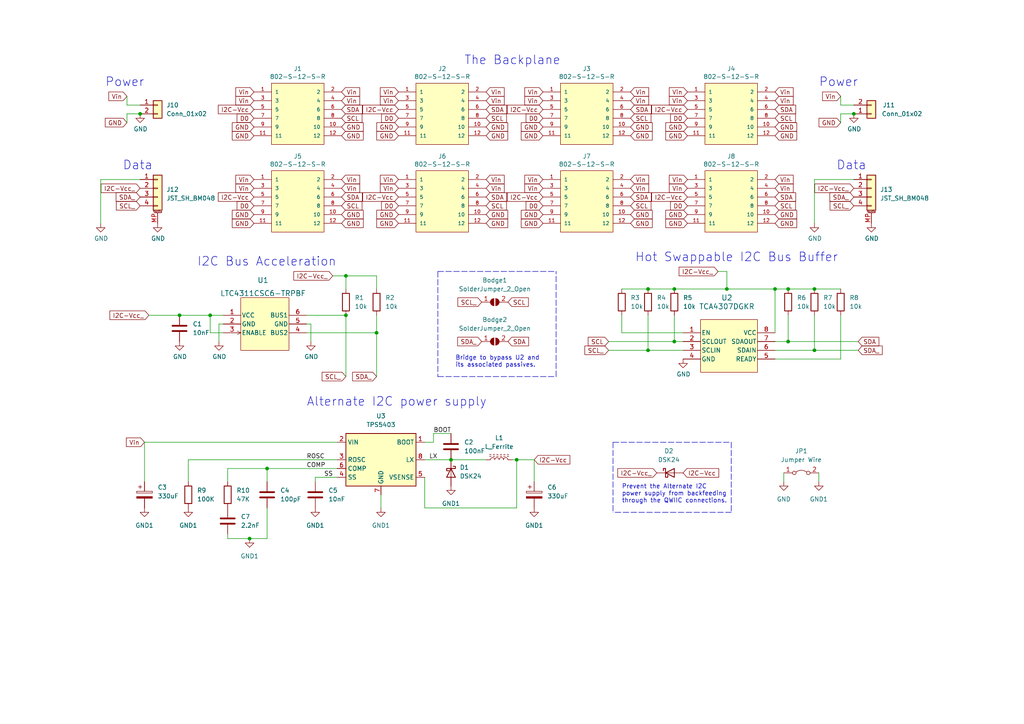
<source format=kicad_sch>
(kicad_sch (version 20211123) (generator eeschema)
  (paper "A4")
  (title_block (title "BenchTop Modular Power Strip - Backplane") (rev "1.0.0") (company "S. A. Miller"))
  (lib_symbols
    (symbol "802-S-12-S-R:802-S-12-S-R" (pin_names (offset 1.016))
      (property "Reference" "J" (at -7.366 8.89 0))
      (property "Value" "802-S-12-S-R_802-S-12-S-R" (at -7.112 -13.208 0))
      (symbol "802-S-12-S-R_0_0"
        (rectangle (start -7.62 -10.16) (end 7.62 7.62) (stroke (width 0.1524)) (fill (type background)))
        (pin passive line (at -12.7 5.08 0) (length 5.08) (name "1") (number "1"))
        (pin passive line (at 12.7 -5.08 180) (length 5.08) (name "10") (number "10"))
        (pin passive line (at -12.7 -7.62 0) (length 5.08) (name "11") (number "11"))
        (pin passive line (at 12.7 -7.62 180) (length 5.08) (name "12") (number "12"))
        (pin passive line (at 12.7 5.08 180) (length 5.08) (name "2") (number "2"))
        (pin passive line (at -12.7 2.54 0) (length 5.08) (name "3") (number "3"))
        (pin passive line (at 12.7 2.54 180) (length 5.08) (name "4") (number "4"))
        (pin passive line (at -12.7 0 0) (length 5.08) (name "5") (number "5"))
        (pin passive line (at 12.7 0 180) (length 5.08) (name "6") (number "6"))
        (pin passive line (at -12.7 -2.54 0) (length 5.08) (name "7") (number "7"))
        (pin passive line (at 12.7 -2.54 180) (length 5.08) (name "8") (number "8"))
        (pin passive line (at -12.7 -5.08 0) (length 5.08) (name "9") (number "9"))
      )
    )
    (symbol "Connector_Generic:Conn_01x02" (pin_names (offset 1.016) hide)
      (property "Reference" "J" (at 0 2.54 0))
      (property "Value" "Conn_01x02" (at 0 -5.08 0))
      (symbol "Conn_01x02_1_1"
        (rectangle (start -1.27 -2.413) (end 0 -2.667) (stroke (width 0.1524)))
        (rectangle (start -1.27 0.127) (end 0 -0.127) (stroke (width 0.1524)))
        (rectangle (start -1.27 1.27) (end 1.27 -3.81) (stroke (width 0.254)) (fill (type background)))
        (pin passive line (at -5.08 0 0) (length 3.81) (name "Pin_1") (number "1"))
        (pin passive line (at -5.08 -2.54 0) (length 3.81) (name "Pin_2") (number "2"))
      )
    )
    (symbol "Connector_QWIIC_Stackable:QWIIC_Stackable" (pin_names (offset 1.016) hide)
      (property "Reference" "J" (at 0 5.08 0))
      (property "Value" "QWIIC_Stackable" (at 1.27 -7.62 0))
      (symbol "QWIIC_Stackable_1_1"
        (rectangle (start -1.27 -4.953) (end 0 -5.207) (stroke (width 0.1524)))
        (rectangle (start -1.27 -2.413) (end 0 -2.667) (stroke (width 0.1524)))
        (rectangle (start -1.27 0.127) (end 0 -0.127) (stroke (width 0.1524)))
        (rectangle (start -1.27 2.667) (end 0 2.413) (stroke (width 0.1524)))
        (rectangle (start -1.27 3.81) (end 1.27 -6.35) (stroke (width 0.254)) (fill (type background)))
        (polyline (pts (xy -1.016 -7.112) (xy 1.016 -7.112)) (stroke (width 0.1524)))
        (text "Mounting" (at 0 -6.731 0) (effects (font (size 0.381 0.381))))
        (pin passive line (at -5.08 2.54 0) (length 3.81) (name "Pin_1") (number "1"))
        (pin passive line (at -5.08 0 0) (length 3.81) (name "Pin_2") (number "2"))
        (pin passive line (at -5.08 -2.54 0) (length 3.81) (name "Pin_3") (number "3"))
        (pin passive line (at -5.08 -5.08 0) (length 3.81) (name "Pin_4") (number "4"))
        (pin passive line (at 0 -10.16 90) (length 3.048) (name "MountPin") (number "MP"))
      )
    )
    (symbol "Device:C" (pin_numbers hide) (pin_names (offset 0.254))
      (property "Reference" "C" (at 0.635 2.54 0))
      (property "Value" "C" (at 0.635 -2.54 0))
      (symbol "C_0_1"
        (polyline (pts (xy -2.032 -0.762) (xy 2.032 -0.762)) (stroke (width 0.508)))
        (polyline (pts (xy -2.032 0.762) (xy 2.032 0.762)) (stroke (width 0.508)))
      )
      (symbol "C_1_1"
        (pin passive line (at 0 3.81 270) (length 2.794) (name "~") (number "1"))
        (pin passive line (at 0 -3.81 90) (length 2.794) (name "~") (number "2"))
      )
    )
    (symbol "Device:C_Polarized" (pin_numbers hide) (pin_names (offset 0.254))
      (property "Reference" "C" (at 0.635 2.54 0))
      (property "Value" "C_Polarized" (at 0.635 -2.54 0))
      (symbol "C_Polarized_0_1"
        (rectangle (start -2.286 0.508) (end 2.286 1.016))
        (polyline (pts (xy -1.778 2.286) (xy -0.762 2.286)))
        (polyline (pts (xy -1.27 2.794) (xy -1.27 1.778)))
        (rectangle (start 2.286 -0.508) (end -2.286 -1.016) (fill (type outline)))
      )
      (symbol "C_Polarized_1_1"
        (pin passive line (at 0 3.81 270) (length 2.794) (name "~") (number "1"))
        (pin passive line (at 0 -3.81 90) (length 2.794) (name "~") (number "2"))
      )
    )
    (symbol "Device:D_Schottky" (pin_numbers hide) (pin_names (offset 1.016) hide)
      (property "Reference" "D" (at 0 2.54 0))
      (property "Value" "D_Schottky" (at 0 -2.54 0))
      (symbol "D_Schottky_0_1"
        (polyline (pts (xy 1.27 0) (xy -1.27 0)))
        (polyline (pts (xy 1.27 1.27) (xy 1.27 -1.27) (xy -1.27 0) (xy 1.27 1.27)) (stroke (width 0.254)))
        (polyline (pts (xy -1.905 0.635) (xy -1.905 1.27) (xy -1.27 1.27) (xy -1.27 -1.27) (xy -0.635 -1.27) (xy -0.635 -0.635)) (stroke (width 0.254)))
      )
      (symbol "D_Schottky_1_1"
        (pin passive line (at -3.81 0 0) (length 2.54) (name "K") (number "1"))
        (pin passive line (at 3.81 0 180) (length 2.54) (name "A") (number "2"))
      )
    )
    (symbol "Device:L_Ferrite" (pin_numbers hide) (pin_names (offset 1.016) hide)
      (property "Reference" "L" (at -1.27 0 90))
      (property "Value" "L_Ferrite" (at 2.794 0 90))
      (symbol "L_Ferrite_0_1"
        (arc (start 0 -2.54) (mid 0.635 -1.905) (end 0 -1.27))
        (arc (start 0 -1.27) (mid 0.635 -0.635) (end 0 0))
        (polyline (pts (xy 1.016 -2.794) (xy 1.016 -2.286)))
        (polyline (pts (xy 1.016 -1.778) (xy 1.016 -1.27)))
        (polyline (pts (xy 1.016 -0.762) (xy 1.016 -0.254)))
        (polyline (pts (xy 1.016 0.254) (xy 1.016 0.762)))
        (polyline (pts (xy 1.016 1.27) (xy 1.016 1.778)))
        (polyline (pts (xy 1.016 2.286) (xy 1.016 2.794)))
        (polyline (pts (xy 1.524 -2.286) (xy 1.524 -2.794)))
        (polyline (pts (xy 1.524 -1.27) (xy 1.524 -1.778)))
        (polyline (pts (xy 1.524 -0.254) (xy 1.524 -0.762)))
        (polyline (pts (xy 1.524 0.762) (xy 1.524 0.254)))
        (polyline (pts (xy 1.524 1.778) (xy 1.524 1.27)))
        (polyline (pts (xy 1.524 2.794) (xy 1.524 2.286)))
        (arc (start 0 0) (mid 0.635 0.635) (end 0 1.27))
        (arc (start 0 1.27) (mid 0.635 1.905) (end 0 2.54))
      )
      (symbol "L_Ferrite_1_1"
        (pin passive line (at 0 3.81 270) (length 1.27) (name "1") (number "1"))
        (pin passive line (at 0 -3.81 90) (length 1.27) (name "2") (number "2"))
      )
    )
    (symbol "Device:R" (pin_numbers hide) (pin_names (offset 0))
      (property "Reference" "R" (at 2.032 0 90))
      (property "Value" "R" (at 0 0 90))
      (symbol "R_0_1"
        (rectangle (start -1.016 -2.54) (end 1.016 2.54) (stroke (width 0.254)))
      )
      (symbol "R_1_1"
        (pin passive line (at 0 3.81 270) (length 1.27) (name "~") (number "1"))
        (pin passive line (at 0 -3.81 90) (length 1.27) (name "~") (number "2"))
      )
    )
    (symbol "Jumper:Jumper_2_Bridged" (pin_names (offset 0) hide)
      (property "Reference" "JP" (at 0 1.905 0))
      (property "Value" "Jumper_2_Bridged" (at 0 -2.54 0))
      (symbol "Jumper_2_Bridged_0_0"
        (circle (center -2.032 0) (radius 0.508))
        (circle (center 2.032 0) (radius 0.508))
      )
      (symbol "Jumper_2_Bridged_0_1"
        (arc (start 1.524 0.254) (mid 0 0.762) (end -1.524 0.254))
      )
      (symbol "Jumper_2_Bridged_1_1"
        (pin passive line (at -5.08 0 0) (length 2.54) (name "A") (number "1"))
        (pin passive line (at 5.08 0 180) (length 2.54) (name "B") (number "2"))
      )
    )
    (symbol "Jumper:SolderJumper_2_Open" (pin_names (offset 0) hide)
      (property "Reference" "JP" (at 0 2.032 0))
      (property "Value" "SolderJumper_2_Open" (at 0 -2.54 0))
      (symbol "SolderJumper_2_Open_0_1"
        (arc (start -0.254 1.016) (mid -1.27 0) (end -0.254 -1.016))
        (arc (start -0.254 1.016) (mid -1.27 0) (end -0.254 -1.016) (fill (type outline)))
        (polyline (pts (xy -0.254 1.016) (xy -0.254 -1.016)))
        (polyline (pts (xy 0.254 1.016) (xy 0.254 -1.016)))
        (arc (start 0.254 -1.016) (mid 1.27 0) (end 0.254 1.016))
        (arc (start 0.254 -1.016) (mid 1.27 0) (end 0.254 1.016) (fill (type outline)))
      )
      (symbol "SolderJumper_2_Open_1_1"
        (pin passive line (at -3.81 0 0) (length 2.54) (name "A") (number "1"))
        (pin passive line (at 3.81 0 180) (length 2.54) (name "B") (number "2"))
      )
    )
    (symbol "Regulator_Switching:TPS5403"
      (property "Reference" "U" (at 0 11.43 0))
      (property "Value" "TPS5403" (at 0 8.89 0))
      (symbol "TPS5403_1_1"
        (rectangle (start -10.16 7.62) (end 10.16 -7.62) (stroke (width 0.254)) (fill (type background)))
        (pin passive line (at 12.7 5.08 180) (length 2.54) (name "BOOT") (number "1"))
        (pin power_in line (at -12.7 5.08 0) (length 2.54) (name "VIN") (number "2"))
        (pin passive line (at -12.7 0 0) (length 2.54) (name "ROSC") (number "3"))
        (pin passive line (at -12.7 -5.08 0) (length 2.54) (name "SS") (number "4"))
        (pin input line (at 12.7 -5.08 180) (length 2.54) (name "VSENSE") (number "5"))
        (pin passive line (at -12.7 -2.54 0) (length 2.54) (name "COMP") (number "6"))
        (pin power_in line (at 0 -10.16 90) (length 2.54) (name "GND") (number "7"))
        (pin output line (at 12.7 0 180) (length 2.54) (name "LX") (number "8"))
      )
    )
    (symbol "power:GND" (power) (pin_names (offset 0))
      (property "Value" "GND" (at 0 -3.81 0))
      (symbol "GND_0_1"
        (polyline (pts (xy 0 0) (xy 0 -1.27) (xy 1.27 -1.27) (xy 0 -2.54) (xy -1.27 -1.27) (xy 0 -1.27)))
      )
      (symbol "GND_1_1"
        (pin power_in line (at 0 0 270) (length 0) hide (name "GND") (number "1"))
      )
    )
    (symbol "power:GND1" (power) (pin_names (offset 0))
      (property "Value" "GND1" (at 0 -3.81 0))
      (symbol "GND1_0_1"
        (polyline (pts (xy 0 0) (xy 0 -1.27) (xy 1.27 -1.27) (xy 0 -2.54) (xy -1.27 -1.27) (xy 0 -1.27)))
      )
      (symbol "GND1_1_1"
        (pin power_in line (at 0 0 270) (length 0) hide (name "GND1") (number "1"))
      )
    )
    (symbol "tinker:LTC4311CSC6-TRPBF" (pin_names (offset 0.254))
      (property "Reference" "U" (at 0 12.7 0))
      (property "Value" "LTC4311CSC6-TRPBF" (at 0 10.16 0))
      (symbol "LTC4311CSC6-TRPBF_0_1"
        (rectangle (start -6.35 7.62) (end 7.62 -7.62) (fill (type background)))
        (polyline (pts (xy -6.35 -2.54) (xy -7.3914 -3.0607)) (stroke (width 0.127)))
        (polyline (pts (xy -6.35 -2.54) (xy -7.3914 -2.0193)) (stroke (width 0.127)))
        (pin power_in line (at -11.43 2.54 0) (length 5.08) (name "VCC") (number "1"))
        (pin power_in line (at -11.43 0 0) (length 5.08) (name "GND") (number "2"))
        (pin input line (at -11.43 -2.54 0) (length 5.08) (name "ENABLE") (number "3"))
        (pin unspecified line (at 12.7 -2.54 180) (length 5.08) (name "BUS2") (number "4"))
        (pin power_in line (at 12.7 0 180) (length 5.08) (name "GND") (number "5"))
        (pin unspecified line (at 12.7 2.54 180) (length 5.08) (name "BUS1") (number "6"))
      )
    )
    (symbol "tinker:TCA4307DGKR" (pin_names (offset 0.254))
      (property "Reference" "U" (at 0 13.97 0))
      (property "Value" "TCA4307DGKR" (at 0 11.43 0))
      (symbol "TCA4307DGKR_0_1"
        (rectangle (start -7.62 7.62) (end 8.89 -7.62) (fill (type background)))
        (pin input line (at -12.7 3.81 0) (length 5.08) (name "EN") (number "1"))
        (pin output line (at -12.7 1.27 0) (length 5.08) (name "SCLOUT") (number "2"))
        (pin input line (at -12.7 -1.27 0) (length 5.08) (name "SCLIN") (number "3"))
        (pin power_out line (at -12.7 -3.81 0) (length 5.08) (name "GND") (number "4"))
        (pin output line (at 13.97 -3.81 180) (length 5.08) (name "READY") (number "5"))
        (pin input line (at 13.97 -1.27 180) (length 5.08) (name "SDAIN") (number "6"))
        (pin output line (at 13.97 1.27 180) (length 5.08) (name "SDAOUT") (number "7"))
        (pin power_in line (at 13.97 3.81 180) (length 5.08) (name "VCC") (number "8"))
      )
    )
  )
  (junction (at 195.58 83.82))
  (junction (at 247.65 33.02))
  (junction (at 100.33 91.44))
  (junction (at 187.96 83.82))
  (junction (at 224.79 83.82))
  (junction (at 100.33 80.01))
  (junction (at 60.96 91.44))
  (junction (at 236.22 101.6))
  (junction (at 77.47 135.89))
  (junction (at 236.22 83.82))
  (junction (at 40.64 33.02))
  (junction (at 109.22 96.52))
  (junction (at 72.39 156.21))
  (junction (at 210.82 83.82))
  (junction (at 187.96 101.6))
  (junction (at 52.07 91.44))
  (junction (at 228.6 99.06))
  (junction (at 228.6 83.82))
  (junction (at 195.58 99.06))
  (junction (at 149.86 133.35))
  (junction (at 130.81 133.35))
  (wire (pts (xy 224.79 83.82) (xy 228.6 83.82)))
  (wire (pts (xy 195.58 99.06) (xy 198.12 99.06)))
  (polyline (pts (xy 161.29 109.22) (xy 161.29 78.74)))
  (wire (pts (xy 123.19 133.35) (xy 130.81 133.35)))
  (wire (pts (xy 210.82 83.82) (xy 224.79 83.82)))
  (wire (pts (xy 247.65 33.02) (xy 243.84 33.02)))
  (wire (pts (xy 149.86 133.35) (xy 148.59 133.35)))
  (wire (pts (xy 125.73 128.27) (xy 125.73 125.73)))
  (wire (pts (xy 228.6 99.06) (xy 248.92 99.06)))
  (wire (pts (xy 97.79 133.35) (xy 54.61 133.35)))
  (wire (pts (xy 125.73 125.73) (xy 130.81 125.73)))
  (wire (pts (xy 90.17 93.98) (xy 90.17 99.06)))
  (wire (pts (xy 236.22 83.82) (xy 243.84 83.82)))
  (wire (pts (xy 41.91 128.27) (xy 97.79 128.27)))
  (wire (pts (xy 237.49 139.7) (xy 237.49 137.16)))
  (wire (pts (xy 227.33 139.7) (xy 227.33 137.16)))
  (wire (pts (xy 210.82 78.74) (xy 208.28 78.74)))
  (wire (pts (xy 123.19 128.27) (xy 125.73 128.27)))
  (wire (pts (xy 210.82 78.74) (xy 210.82 83.82)))
  (wire (pts (xy 97.79 135.89) (xy 77.47 135.89)))
  (wire (pts (xy 224.79 83.82) (xy 224.79 96.52)))
  (wire (pts (xy 100.33 91.44) (xy 100.33 109.22)))
  (wire (pts (xy 29.21 52.07) (xy 40.64 52.07)))
  (wire (pts (xy 63.5 93.98) (xy 63.5 99.06)))
  (polyline (pts (xy 177.8 128.27) (xy 212.09 128.27)))
  (wire (pts (xy 29.21 64.77) (xy 29.21 52.07)))
  (wire (pts (xy 77.47 135.89) (xy 77.47 139.7)))
  (wire (pts (xy 41.91 128.27) (xy 41.91 139.7)))
  (wire (pts (xy 72.39 156.21) (xy 77.47 156.21)))
  (wire (pts (xy 228.6 91.44) (xy 228.6 99.06)))
  (wire (pts (xy 180.34 91.44) (xy 180.34 96.52)))
  (wire (pts (xy 247.65 30.48) (xy 243.84 30.48)))
  (wire (pts (xy 154.94 133.35) (xy 154.94 139.7)))
  (wire (pts (xy 60.96 96.52) (xy 60.96 91.44)))
  (wire (pts (xy 236.22 101.6) (xy 248.92 101.6)))
  (wire (pts (xy 100.33 80.01) (xy 100.33 83.82)))
  (wire (pts (xy 77.47 147.32) (xy 77.47 156.21)))
  (wire (pts (xy 224.79 99.06) (xy 228.6 99.06)))
  (wire (pts (xy 64.77 93.98) (xy 63.5 93.98)))
  (wire (pts (xy 52.07 91.44) (xy 60.96 91.44)))
  (wire (pts (xy 176.53 99.06) (xy 195.58 99.06)))
  (wire (pts (xy 77.47 135.89) (xy 66.04 135.89)))
  (wire (pts (xy 36.83 33.02) (xy 36.83 35.56)))
  (wire (pts (xy 54.61 133.35) (xy 54.61 139.7)))
  (wire (pts (xy 195.58 83.82) (xy 210.82 83.82)))
  (wire (pts (xy 40.64 30.48) (xy 36.83 30.48)))
  (polyline (pts (xy 212.09 148.59) (xy 177.8 148.59)))
  (polyline (pts (xy 127 78.74) (xy 161.29 78.74)))
  (wire (pts (xy 247.65 52.07) (xy 236.22 52.07)))
  (polyline (pts (xy 127 78.74) (xy 127 109.22)))
  (wire (pts (xy 88.9 96.52) (xy 109.22 96.52)))
  (wire (pts (xy 109.22 96.52) (xy 109.22 109.22)))
  (polyline (pts (xy 212.09 128.27) (xy 212.09 148.59)))
  (wire (pts (xy 176.53 101.6) (xy 187.96 101.6)))
  (wire (pts (xy 123.19 138.43) (xy 123.19 147.32)))
  (wire (pts (xy 36.83 33.02) (xy 40.64 33.02)))
  (wire (pts (xy 43.18 91.44) (xy 52.07 91.44)))
  (wire (pts (xy 97.79 138.43) (xy 91.44 138.43)))
  (wire (pts (xy 236.22 91.44) (xy 236.22 101.6)))
  (wire (pts (xy 66.04 154.94) (xy 66.04 156.21)))
  (wire (pts (xy 187.96 83.82) (xy 195.58 83.82)))
  (wire (pts (xy 66.04 135.89) (xy 66.04 139.7)))
  (wire (pts (xy 180.34 96.52) (xy 198.12 96.52)))
  (polyline (pts (xy 177.8 128.27) (xy 177.8 148.59)))
  (wire (pts (xy 96.52 80.01) (xy 100.33 80.01)))
  (wire (pts (xy 187.96 91.44) (xy 187.96 101.6)))
  (wire (pts (xy 60.96 91.44) (xy 64.77 91.44)))
  (wire (pts (xy 149.86 147.32) (xy 149.86 133.35)))
  (wire (pts (xy 243.84 104.14) (xy 224.79 104.14)))
  (wire (pts (xy 109.22 96.52) (xy 109.22 91.44)))
  (wire (pts (xy 149.86 133.35) (xy 154.94 133.35)))
  (wire (pts (xy 64.77 96.52) (xy 60.96 96.52)))
  (wire (pts (xy 236.22 52.07) (xy 236.22 64.77)))
  (wire (pts (xy 91.44 138.43) (xy 91.44 139.7)))
  (wire (pts (xy 224.79 101.6) (xy 236.22 101.6)))
  (polyline (pts (xy 127 109.22) (xy 161.29 109.22)))
  (wire (pts (xy 243.84 30.48) (xy 243.84 27.94)))
  (wire (pts (xy 88.9 91.44) (xy 100.33 91.44)))
  (wire (pts (xy 243.84 91.44) (xy 243.84 104.14)))
  (wire (pts (xy 36.83 30.48) (xy 36.83 27.94)))
  (wire (pts (xy 88.9 93.98) (xy 90.17 93.98)))
  (wire (pts (xy 228.6 83.82) (xy 236.22 83.82)))
  (wire (pts (xy 243.84 33.02) (xy 243.84 35.56)))
  (wire (pts (xy 66.04 156.21) (xy 72.39 156.21)))
  (wire (pts (xy 195.58 91.44) (xy 195.58 99.06)))
  (wire (pts (xy 187.96 101.6) (xy 198.12 101.6)))
  (wire (pts (xy 110.49 147.32) (xy 110.49 143.51)))
  (wire (pts (xy 109.22 80.01) (xy 100.33 80.01)))
  (wire (pts (xy 180.34 83.82) (xy 187.96 83.82)))
  (wire (pts (xy 130.81 133.35) (xy 140.97 133.35)))
  (wire (pts (xy 109.22 83.82) (xy 109.22 80.01)))
  (wire (pts (xy 123.19 147.32) (xy 149.86 147.32)))
  (text "Alternate I2C power supply" (at 88.9 118.11 0) (effects (font (size 2.54 2.54)) (justify left bottom)))
  (text "Prevent the Alternate I2C\npower supply from backfeeding\nthrough the QWIIC connections." (at 180.34 146.05 0) (effects (font (size 1.27 1.27)) (justify left bottom)))
  (text "Data" (at 35.56 49.53 0) (effects (font (size 2.54 2.54)) (justify left bottom)))
  (text "Bridge to bypass U2 and\nits associated passives." (at 132.08 106.68 0) (effects (font (size 1.27 1.27)) (justify left bottom)))
  (text "I2C Bus Acceleration" (at 57.15 77.47 0) (effects (font (size 2.54 2.54)) (justify left bottom)))
  (text "Hot Swappable I2C Bus Buffer" (at 184.15 76.2 0) (effects (font (size 2.54 2.54)) (justify left bottom)))
  (text "Power" (at 30.48 25.4 0) (effects (font (size 2.54 2.54)) (justify left bottom)))
  (text "The Backplane" (at 134.62 19.05 0) (effects (font (size 2.54 2.54)) (justify left bottom)))
  (text "Power" (at 237.49 25.4 0) (effects (font (size 2.54 2.54)) (justify left bottom)))
  (text "Data" (at 242.57 49.53 0) (effects (font (size 2.54 2.54)) (justify left bottom)))
  (label "COMP" (at 88.9 135.89 0))
  (label "LX" (at 124.46 133.35 0))
  (label "SS" (at 93.98 138.43 0))
  (label "ROSC" (at 88.9 133.35 0))
  (label "BOOT" (at 125.73 125.73 0))
  (global_label "SDA_" (shape input) (at 247.65 57.15 180) (property "Intersheet References" "${INTERSHEET_REFS}" (effects hide)))
  (global_label "SDA" (shape input) (at 182.88 57.15 0) (property "Intersheet References" "${INTERSHEET_REFS}" (effects hide)))
  (global_label "Vin" (shape input) (at 73.66 52.07 180) (property "Intersheet References" "${INTERSHEET_REFS}" (effects hide)))
  (global_label "Vin" (shape input) (at 182.88 52.07 0) (property "Intersheet References" "${INTERSHEET_REFS}" (effects hide)))
  (global_label "GND" (shape input) (at 99.06 39.37 0) (property "Intersheet References" "${INTERSHEET_REFS}" (effects hide)))
  (global_label "GND" (shape input) (at 224.79 62.23 0) (property "Intersheet References" "${INTERSHEET_REFS}" (effects hide)))
  (global_label "SCL_" (shape input) (at 40.64 59.69 180) (property "Intersheet References" "${INTERSHEET_REFS}" (effects hide)))
  (global_label "Vin" (shape input) (at 99.06 52.07 0) (property "Intersheet References" "${INTERSHEET_REFS}" (effects hide)))
  (global_label "Vin" (shape input) (at 36.83 27.94 180) (property "Intersheet References" "${INTERSHEET_REFS}" (effects hide)))
  (global_label "SDA_" (shape input) (at 109.22 109.22 180) (property "Intersheet References" "${INTERSHEET_REFS}" (effects hide)))
  (global_label "GND" (shape input) (at 199.39 36.83 180) (property "Intersheet References" "${INTERSHEET_REFS}" (effects hide)))
  (global_label "Vin" (shape input) (at 224.79 29.21 0) (property "Intersheet References" "${INTERSHEET_REFS}" (effects hide)))
  (global_label "D0" (shape input) (at 115.57 59.69 180) (property "Intersheet References" "${INTERSHEET_REFS}" (effects hide)))
  (global_label "Vin" (shape input) (at 115.57 54.61 180) (property "Intersheet References" "${INTERSHEET_REFS}" (effects hide)))
  (global_label "D0" (shape input) (at 157.48 59.69 180) (property "Intersheet References" "${INTERSHEET_REFS}" (effects hide)))
  (global_label "SDA_" (shape input) (at 40.64 57.15 180) (property "Intersheet References" "${INTERSHEET_REFS}" (effects hide)))
  (global_label "I2C-Vcc" (shape input) (at 199.39 31.75 180) (property "Intersheet References" "${INTERSHEET_REFS}" (effects hide)))
  (global_label "Vin" (shape input) (at 157.48 29.21 180) (property "Intersheet References" "${INTERSHEET_REFS}" (effects hide)))
  (global_label "Vin" (shape input) (at 199.39 26.67 180) (property "Intersheet References" "${INTERSHEET_REFS}" (effects hide)))
  (global_label "SCL" (shape input) (at 147.32 87.63 0) (property "Intersheet References" "${INTERSHEET_REFS}" (effects hide)))
  (global_label "D0" (shape input) (at 115.57 34.29 180) (property "Intersheet References" "${INTERSHEET_REFS}" (effects hide)))
  (global_label "GND" (shape input) (at 140.97 62.23 0) (property "Intersheet References" "${INTERSHEET_REFS}" (effects hide)))
  (global_label "Vin" (shape input) (at 224.79 54.61 0) (property "Intersheet References" "${INTERSHEET_REFS}" (effects hide)))
  (global_label "GND" (shape input) (at 99.06 36.83 0) (property "Intersheet References" "${INTERSHEET_REFS}" (effects hide)))
  (global_label "GND" (shape input) (at 73.66 62.23 180) (property "Intersheet References" "${INTERSHEET_REFS}" (effects hide)))
  (global_label "SCL" (shape input) (at 176.53 99.06 180) (property "Intersheet References" "${INTERSHEET_REFS}" (effects hide)))
  (global_label "GND" (shape input) (at 140.97 39.37 0) (property "Intersheet References" "${INTERSHEET_REFS}" (effects hide)))
  (global_label "Vin" (shape input) (at 157.48 26.67 180) (property "Intersheet References" "${INTERSHEET_REFS}" (effects hide)))
  (global_label "D0" (shape input) (at 157.48 34.29 180) (property "Intersheet References" "${INTERSHEET_REFS}" (effects hide)))
  (global_label "SCL" (shape input) (at 140.97 59.69 0) (property "Intersheet References" "${INTERSHEET_REFS}" (effects hide)))
  (global_label "D0" (shape input) (at 199.39 34.29 180) (property "Intersheet References" "${INTERSHEET_REFS}" (effects hide)))
  (global_label "I2C-Vcc_" (shape input) (at 96.52 80.01 180) (property "Intersheet References" "${INTERSHEET_REFS}" (effects hide)))
  (global_label "GND" (shape input) (at 199.39 62.23 180) (property "Intersheet References" "${INTERSHEET_REFS}" (effects hide)))
  (global_label "SDA" (shape input) (at 99.06 31.75 0) (property "Intersheet References" "${INTERSHEET_REFS}" (effects hide)))
  (global_label "I2C-Vcc" (shape input) (at 115.57 57.15 180) (property "Intersheet References" "${INTERSHEET_REFS}" (effects hide)))
  (global_label "SDA" (shape input) (at 140.97 31.75 0) (property "Intersheet References" "${INTERSHEET_REFS}" (effects hide)))
  (global_label "I2C-Vcc" (shape input) (at 154.94 133.35 0) (property "Intersheet References" "${INTERSHEET_REFS}" (effects hide)))
  (global_label "Vin" (shape input) (at 224.79 26.67 0) (property "Intersheet References" "${INTERSHEET_REFS}" (effects hide)))
  (global_label "SDA_" (shape input) (at 139.7 99.06 180) (property "Intersheet References" "${INTERSHEET_REFS}" (effects hide)))
  (global_label "I2C-Vcc_" (shape input) (at 43.18 91.44 180) (property "Intersheet References" "${INTERSHEET_REFS}" (effects hide)))
  (global_label "GND" (shape input) (at 182.88 62.23 0) (property "Intersheet References" "${INTERSHEET_REFS}" (effects hide)))
  (global_label "GND" (shape input) (at 182.88 36.83 0) (property "Intersheet References" "${INTERSHEET_REFS}" (effects hide)))
  (global_label "GND" (shape input) (at 140.97 64.77 0) (property "Intersheet References" "${INTERSHEET_REFS}" (effects hide)))
  (global_label "Vin" (shape input) (at 115.57 26.67 180) (property "Intersheet References" "${INTERSHEET_REFS}" (effects hide)))
  (global_label "SDA" (shape input) (at 147.32 99.06 0) (property "Intersheet References" "${INTERSHEET_REFS}" (effects hide)))
  (global_label "I2C-Vcc" (shape input) (at 198.12 137.16 0) (property "Intersheet References" "${INTERSHEET_REFS}" (effects hide)))
  (global_label "Vin" (shape input) (at 115.57 52.07 180) (property "Intersheet References" "${INTERSHEET_REFS}" (effects hide)))
  (global_label "Vin" (shape input) (at 73.66 26.67 180) (property "Intersheet References" "${INTERSHEET_REFS}" (effects hide)))
  (global_label "D0" (shape input) (at 73.66 34.29 180) (property "Intersheet References" "${INTERSHEET_REFS}" (effects hide)))
  (global_label "GND" (shape input) (at 157.48 39.37 180) (property "Intersheet References" "${INTERSHEET_REFS}" (effects hide)))
  (global_label "I2C-Vcc_" (shape input) (at 190.5 137.16 180) (property "Intersheet References" "${INTERSHEET_REFS}" (effects hide)))
  (global_label "I2C-Vcc" (shape input) (at 73.66 57.15 180) (property "Intersheet References" "${INTERSHEET_REFS}" (effects hide)))
  (global_label "Vin" (shape input) (at 140.97 52.07 0) (property "Intersheet References" "${INTERSHEET_REFS}" (effects hide)))
  (global_label "SDA" (shape input) (at 248.92 99.06 0) (property "Intersheet References" "${INTERSHEET_REFS}" (effects hide)))
  (global_label "GND" (shape input) (at 199.39 39.37 180) (property "Intersheet References" "${INTERSHEET_REFS}" (effects hide)))
  (global_label "SDA" (shape input) (at 140.97 57.15 0) (property "Intersheet References" "${INTERSHEET_REFS}" (effects hide)))
  (global_label "GND" (shape input) (at 115.57 62.23 180) (property "Intersheet References" "${INTERSHEET_REFS}" (effects hide)))
  (global_label "SCL" (shape input) (at 182.88 59.69 0) (property "Intersheet References" "${INTERSHEET_REFS}" (effects hide)))
  (global_label "Vin" (shape input) (at 99.06 29.21 0) (property "Intersheet References" "${INTERSHEET_REFS}" (effects hide)))
  (global_label "GND" (shape input) (at 157.48 36.83 180) (property "Intersheet References" "${INTERSHEET_REFS}" (effects hide)))
  (global_label "GND" (shape input) (at 224.79 39.37 0) (property "Intersheet References" "${INTERSHEET_REFS}" (effects hide)))
  (global_label "GND" (shape input) (at 157.48 62.23 180) (property "Intersheet References" "${INTERSHEET_REFS}" (effects hide)))
  (global_label "SDA_" (shape input) (at 248.92 101.6 0) (property "Intersheet References" "${INTERSHEET_REFS}" (effects hide)))
  (global_label "SCL" (shape input) (at 224.79 34.29 0) (property "Intersheet References" "${INTERSHEET_REFS}" (effects hide)))
  (global_label "Vin" (shape input) (at 243.84 27.94 180) (property "Intersheet References" "${INTERSHEET_REFS}" (effects hide)))
  (global_label "GND" (shape input) (at 99.06 62.23 0) (property "Intersheet References" "${INTERSHEET_REFS}" (effects hide)))
  (global_label "SCL" (shape input) (at 182.88 34.29 0) (property "Intersheet References" "${INTERSHEET_REFS}" (effects hide)))
  (global_label "SCL" (shape input) (at 224.79 59.69 0) (property "Intersheet References" "${INTERSHEET_REFS}" (effects hide)))
  (global_label "GND" (shape input) (at 243.84 35.56 180) (property "Intersheet References" "${INTERSHEET_REFS}" (effects hide)))
  (global_label "SCL" (shape input) (at 99.06 59.69 0) (property "Intersheet References" "${INTERSHEET_REFS}" (effects hide)))
  (global_label "I2C-Vcc" (shape input) (at 157.48 31.75 180) (property "Intersheet References" "${INTERSHEET_REFS}" (effects hide)))
  (global_label "GND" (shape input) (at 182.88 64.77 0) (property "Intersheet References" "${INTERSHEET_REFS}" (effects hide)))
  (global_label "Vin" (shape input) (at 199.39 54.61 180) (property "Intersheet References" "${INTERSHEET_REFS}" (effects hide)))
  (global_label "SCL_" (shape input) (at 176.53 101.6 180) (property "Intersheet References" "${INTERSHEET_REFS}" (effects hide)))
  (global_label "Vin" (shape input) (at 199.39 52.07 180) (property "Intersheet References" "${INTERSHEET_REFS}" (effects hide)))
  (global_label "D0" (shape input) (at 199.39 59.69 180) (property "Intersheet References" "${INTERSHEET_REFS}" (effects hide)))
  (global_label "GND" (shape input) (at 224.79 64.77 0) (property "Intersheet References" "${INTERSHEET_REFS}" (effects hide)))
  (global_label "Vin" (shape input) (at 140.97 54.61 0) (property "Intersheet References" "${INTERSHEET_REFS}" (effects hide)))
  (global_label "GND" (shape input) (at 115.57 36.83 180) (property "Intersheet References" "${INTERSHEET_REFS}" (effects hide)))
  (global_label "Vin" (shape input) (at 73.66 54.61 180) (property "Intersheet References" "${INTERSHEET_REFS}" (effects hide)))
  (global_label "Vin" (shape input) (at 157.48 52.07 180) (property "Intersheet References" "${INTERSHEET_REFS}" (effects hide)))
  (global_label "Vin" (shape input) (at 140.97 29.21 0) (property "Intersheet References" "${INTERSHEET_REFS}" (effects hide)))
  (global_label "GND" (shape input) (at 115.57 39.37 180) (property "Intersheet References" "${INTERSHEET_REFS}" (effects hide)))
  (global_label "Vin" (shape input) (at 41.91 128.27 180) (property "Intersheet References" "${INTERSHEET_REFS}" (effects hide)))
  (global_label "SDA" (shape input) (at 224.79 31.75 0) (property "Intersheet References" "${INTERSHEET_REFS}" (effects hide)))
  (global_label "I2C-Vcc" (shape input) (at 199.39 57.15 180) (property "Intersheet References" "${INTERSHEET_REFS}" (effects hide)))
  (global_label "SDA" (shape input) (at 182.88 31.75 0) (property "Intersheet References" "${INTERSHEET_REFS}" (effects hide)))
  (global_label "Vin" (shape input) (at 99.06 26.67 0) (property "Intersheet References" "${INTERSHEET_REFS}" (effects hide)))
  (global_label "I2C-Vcc_" (shape input) (at 208.28 78.74 180) (property "Intersheet References" "${INTERSHEET_REFS}" (effects hide)))
  (global_label "SCL_" (shape input) (at 100.33 109.22 180) (property "Intersheet References" "${INTERSHEET_REFS}" (effects hide)))
  (global_label "GND" (shape input) (at 224.79 36.83 0) (property "Intersheet References" "${INTERSHEET_REFS}" (effects hide)))
  (global_label "Vin" (shape input) (at 115.57 29.21 180) (property "Intersheet References" "${INTERSHEET_REFS}" (effects hide)))
  (global_label "I2C-Vcc" (shape input) (at 157.48 57.15 180) (property "Intersheet References" "${INTERSHEET_REFS}" (effects hide)))
  (global_label "GND" (shape input) (at 199.39 64.77 180) (property "Intersheet References" "${INTERSHEET_REFS}" (effects hide)))
  (global_label "GND" (shape input) (at 115.57 64.77 180) (property "Intersheet References" "${INTERSHEET_REFS}" (effects hide)))
  (global_label "Vin" (shape input) (at 182.88 26.67 0) (property "Intersheet References" "${INTERSHEET_REFS}" (effects hide)))
  (global_label "Vin" (shape input) (at 182.88 54.61 0) (property "Intersheet References" "${INTERSHEET_REFS}" (effects hide)))
  (global_label "Vin" (shape input) (at 182.88 29.21 0) (property "Intersheet References" "${INTERSHEET_REFS}" (effects hide)))
  (global_label "GND" (shape input) (at 73.66 39.37 180) (property "Intersheet References" "${INTERSHEET_REFS}" (effects hide)))
  (global_label "SCL_" (shape input) (at 139.7 87.63 180) (property "Intersheet References" "${INTERSHEET_REFS}" (effects hide)))
  (global_label "SDA" (shape input) (at 99.06 57.15 0) (property "Intersheet References" "${INTERSHEET_REFS}" (effects hide)))
  (global_label "Vin" (shape input) (at 73.66 29.21 180) (property "Intersheet References" "${INTERSHEET_REFS}" (effects hide)))
  (global_label "Vin" (shape input) (at 157.48 54.61 180) (property "Intersheet References" "${INTERSHEET_REFS}" (effects hide)))
  (global_label "D0" (shape input) (at 73.66 59.69 180) (property "Intersheet References" "${INTERSHEET_REFS}" (effects hide)))
  (global_label "GND" (shape input) (at 73.66 36.83 180) (property "Intersheet References" "${INTERSHEET_REFS}" (effects hide)))
  (global_label "Vin" (shape input) (at 140.97 26.67 0) (property "Intersheet References" "${INTERSHEET_REFS}" (effects hide)))
  (global_label "GND" (shape input) (at 157.48 64.77 180) (property "Intersheet References" "${INTERSHEET_REFS}" (effects hide)))
  (global_label "Vin" (shape input) (at 199.39 29.21 180) (property "Intersheet References" "${INTERSHEET_REFS}" (effects hide)))
  (global_label "SCL_" (shape input) (at 247.65 59.69 180) (property "Intersheet References" "${INTERSHEET_REFS}" (effects hide)))
  (global_label "Vin" (shape input) (at 224.79 52.07 0) (property "Intersheet References" "${INTERSHEET_REFS}" (effects hide)))
  (global_label "GND" (shape input) (at 140.97 36.83 0) (property "Intersheet References" "${INTERSHEET_REFS}" (effects hide)))
  (global_label "GND" (shape input) (at 73.66 64.77 180) (property "Intersheet References" "${INTERSHEET_REFS}" (effects hide)))
  (global_label "Vin" (shape input) (at 99.06 54.61 0) (property "Intersheet References" "${INTERSHEET_REFS}" (effects hide)))
  (global_label "GND" (shape input) (at 182.88 39.37 0) (property "Intersheet References" "${INTERSHEET_REFS}" (effects hide)))
  (global_label "I2C-Vcc_" (shape input) (at 247.65 54.61 180) (property "Intersheet References" "${INTERSHEET_REFS}" (effects hide)))
  (global_label "SCL" (shape input) (at 99.06 34.29 0) (property "Intersheet References" "${INTERSHEET_REFS}" (effects hide)))
  (global_label "I2C-Vcc_" (shape input) (at 40.64 54.61 180) (property "Intersheet References" "${INTERSHEET_REFS}" (effects hide)))
  (global_label "GND" (shape input) (at 36.83 35.56 180) (property "Intersheet References" "${INTERSHEET_REFS}" (effects hide)))
  (global_label "I2C-Vcc" (shape input) (at 73.66 31.75 180) (property "Intersheet References" "${INTERSHEET_REFS}" (effects hide)))
  (global_label "GND" (shape input) (at 99.06 64.77 0) (property "Intersheet References" "${INTERSHEET_REFS}" (effects hide)))
  (global_label "SCL" (shape input) (at 140.97 34.29 0) (property "Intersheet References" "${INTERSHEET_REFS}" (effects hide)))
  (global_label "SDA" (shape input) (at 224.79 57.15 0) (property "Intersheet References" "${INTERSHEET_REFS}" (effects hide)))
  (global_label "I2C-Vcc" (shape input) (at 115.57 31.75 180) (property "Intersheet References" "${INTERSHEET_REFS}" (effects hide)))
  (symbol (lib_id "802-S-12-S-R:802-S-12-S-R") (at 212.09 57.15 0) (unit 1)
    (property "Reference" "J8" (at 212.09 45.339 0))
    (property "Value" "802-S-12-S-R" (at 212.09 47.6504 0))
    (property "Footprint" "tinker:CONN-TH_12P-P2.54_WINGTAT_ED12BGFBK" (effects hide))
    (property "Datasheet" "https://www.toby.co.uk/uploads/publications/248.pdf" (effects hide))
    (property "MAXIMUM_PACKAGE_HEIGHT" "15.5mm" (effects hide))
    (property "PARTREV" "April 28, 2021" (effects hide))
    (property "MANUFACTURER" "Valcon" (effects hide))
    (property "STANDARD" "Manufacturer recommendations" (effects hide))
    (property "LCSC" "C5173290" (effects hide))
    (property "LCSC brand/model" "WingTAT ED12BGFBK" (effects hide))
  )
  (symbol (lib_id "power:GND") (at 29.21 64.77 0) (unit 1)
    (property "Reference" "#PWR0117" (effects hide))
    (property "Value" "GND" (at 29.337 69.1642 0))
  )
  (symbol (lib_id "Device:R") (at 66.04 143.51 0) (unit 1)
    (property "Reference" "R10" (at 68.58 142.2399 0) (effects (justify left)))
    (property "Value" "47K" (at 68.58 144.7799 0) (effects (justify left)))
    (property "Footprint" "Resistor_SMD:R_0603_1608Metric" (effects hide))
    (property "LCSC" "C25819" (effects hide))
  )
  (symbol (lib_id "power:GND1") (at 237.49 139.7 0) (unit 1)
    (property "Reference" "#PWR0115" (effects hide))
    (property "Value" "GND1" (at 237.49 144.78 0))
  )
  (symbol (lib_id "Device:R") (at 187.96 87.63 0) (unit 1)
    (property "Reference" "R4" (at 190.5 86.3599 0) (effects (justify left)))
    (property "Value" "10k" (at 190.5 88.8999 0) (effects (justify left)))
    (property "Footprint" "Resistor_SMD:R_0603_1608Metric" (effects hide))
    (property "LCSC" "C25804" (effects hide))
  )
  (symbol (lib_id "Device:R") (at 109.22 87.63 0) (unit 1)
    (property "Reference" "R2" (at 111.76 86.3599 0) (effects (justify left)))
    (property "Value" "10k" (at 111.76 88.8999 0) (effects (justify left)))
    (property "Footprint" "Resistor_SMD:R_0603_1608Metric" (effects hide))
    (property "LCSC" "C25804" (effects hide))
  )
  (symbol (lib_id "Device:C") (at 77.47 143.51 0) (unit 1)
    (property "Reference" "C4" (at 81.28 142.2399 0) (effects (justify left)))
    (property "Value" "100pF" (at 81.28 144.7799 0) (effects (justify left)))
    (property "Footprint" "Capacitor_SMD:C_0603_1608Metric" (effects hide))
    (property "LCSC" "C44567" (effects hide))
  )
  (symbol (lib_id "power:GND") (at 252.73 64.77 0) (unit 1)
    (property "Reference" "#PWR0103" (effects hide))
    (property "Value" "GND" (at 252.857 69.1642 0))
  )
  (symbol (lib_id "power:GND") (at 236.22 64.77 0) (unit 1)
    (property "Reference" "#PWR0116" (effects hide))
    (property "Value" "GND" (at 236.347 69.1642 0))
  )
  (symbol (lib_id "Device:C_Polarized") (at 41.91 143.51 0) (unit 1)
    (property "Reference" "C3" (at 45.72 141.3509 0) (effects (justify left)))
    (property "Value" "330uF" (at 45.72 143.8909 0) (effects (justify left)))
    (property "Footprint" "Capacitor_SMD:CP_Elec_8x10" (effects hide))
    (property "LCSC" "C178599" (effects hide))
  )
  (symbol (lib_id "802-S-12-S-R:802-S-12-S-R") (at 212.09 31.75 0) (unit 1)
    (property "Reference" "J4" (at 212.09 19.939 0))
    (property "Value" "802-S-12-S-R" (at 212.09 22.2504 0))
    (property "Footprint" "tinker:CONN-TH_12P-P2.54_WINGTAT_ED12BGFBK" (effects hide))
    (property "Datasheet" "https://www.toby.co.uk/uploads/publications/248.pdf" (effects hide))
    (property "MAXIMUM_PACKAGE_HEIGHT" "15.5mm" (effects hide))
    (property "PARTREV" "April 28, 2021" (effects hide))
    (property "MANUFACTURER" "Valcon" (effects hide))
    (property "STANDARD" "Manufacturer recommendations" (effects hide))
    (property "LCSC" "C5173290" (effects hide))
    (property "LCSC brand/model" "WingTAT ED12BGFBK" (effects hide))
  )
  (symbol (lib_id "power:GND1") (at 130.81 140.97 0) (unit 1)
    (property "Reference" "#PWR0119" (effects hide))
    (property "Value" "GND1" (at 130.81 146.05 0))
  )
  (symbol (lib_id "Jumper:Jumper_2_Bridged") (at 232.41 137.16 0) (unit 1)
    (property "Reference" "JP1" (at 232.41 130.81 0))
    (property "Value" "Jumper Wire" (at 232.41 133.35 0))
    (property "Footprint" "tinker:Jumper-Wire_25mm_Blue" (effects hide))
  )
  (symbol (lib_id "802-S-12-S-R:802-S-12-S-R") (at 86.36 31.75 0) (unit 1)
    (property "Reference" "J1" (at 86.36 19.939 0))
    (property "Value" "802-S-12-S-R" (at 86.36 22.2504 0))
    (property "Footprint" "tinker:CONN-TH_12P-P2.54_WINGTAT_ED12BGFBK" (effects hide))
    (property "Datasheet" "https://www.toby.co.uk/uploads/publications/248.pdf" (effects hide))
    (property "MAXIMUM_PACKAGE_HEIGHT" "15.5mm" (effects hide))
    (property "PARTREV" "April 28, 2021" (effects hide))
    (property "MANUFACTURER" "Valcon" (effects hide))
    (property "STANDARD" "Manufacturer recommendations" (effects hide))
    (property "LCSC" "C5173290" (effects hide))
    (property "LCSC brand/model" "WingTAT ED12BGFBK" (effects hide))
  )
  (symbol (lib_id "power:GND1") (at 41.91 147.32 0) (unit 1)
    (property "Reference" "#PWR0111" (effects hide))
    (property "Value" "GND1" (at 41.91 152.4 0))
  )
  (symbol (lib_id "Device:D_Schottky") (at 194.31 137.16 0) (unit 1)
    (property "Reference" "D2" (at 193.9925 130.81 0))
    (property "Value" "DSK24" (at 193.9925 133.35 0))
    (property "Footprint" "Diode_SMD:D_SOD-123" (effects hide))
    (property "LCSC" "C908229" (effects hide))
  )
  (symbol (lib_id "Connector_QWIIC_Stackable:QWIIC_Stackable") (at 252.73 54.61 0) (unit 1)
    (property "Reference" "J13" (at 255.27 54.9655 0) (effects (justify left)))
    (property "Value" "JST_SH_BM048" (at 255.27 57.5055 0) (effects (justify left)))
    (property "Footprint" "Connector_JST:JST_SH_BM04B-SRSS-TB_1x04-1MP_P1.00mm_Vertical" (effects hide))
    (property "LCSC" "C145961" (effects hide))
  )
  (symbol (lib_id "power:GND") (at 45.72 64.77 0) (unit 1)
    (property "Reference" "#PWR0101" (effects hide))
    (property "Value" "GND" (at 45.847 69.1642 0))
  )
  (symbol (lib_id "power:GND") (at 198.12 104.14 0) (unit 1)
    (property "Reference" "#PWR0108" (effects hide))
    (property "Value" "GND" (at 198.247 108.5342 0))
  )
  (symbol (lib_id "power:GND") (at 40.64 33.02 0) (unit 1)
    (property "Reference" "#PWR0104" (effects hide))
    (property "Value" "GND" (at 40.767 37.4142 0))
  )
  (symbol (lib_id "Device:R") (at 228.6 87.63 0) (unit 1)
    (property "Reference" "R6" (at 231.14 86.3599 0) (effects (justify left)))
    (property "Value" "10k" (at 231.14 88.8999 0) (effects (justify left)))
    (property "Footprint" "Resistor_SMD:R_0603_1608Metric" (effects hide))
    (property "LCSC" "C25804" (effects hide))
  )
  (symbol (lib_id "power:GND1") (at 72.39 156.21 0) (unit 1)
    (property "Reference" "#PWR0109" (effects hide))
    (property "Value" "GND1" (at 72.39 161.29 0))
  )
  (symbol (lib_id "Device:R") (at 54.61 143.51 0) (unit 1)
    (property "Reference" "R9" (at 57.15 142.2399 0) (effects (justify left)))
    (property "Value" "100K" (at 57.15 144.7799 0) (effects (justify left)))
    (property "Footprint" "Resistor_SMD:R_0603_1608Metric" (effects hide))
    (property "LCSC" "C25803" (effects hide))
  )
  (symbol (lib_id "802-S-12-S-R:802-S-12-S-R") (at 170.18 31.75 0) (unit 1)
    (property "Reference" "J3" (at 170.18 19.939 0))
    (property "Value" "802-S-12-S-R" (at 170.18 22.2504 0))
    (property "Footprint" "tinker:CONN-TH_12P-P2.54_WINGTAT_ED12BGFBK" (effects hide))
    (property "Datasheet" "https://www.toby.co.uk/uploads/publications/248.pdf" (effects hide))
    (property "MAXIMUM_PACKAGE_HEIGHT" "15.5mm" (effects hide))
    (property "PARTREV" "April 28, 2021" (effects hide))
    (property "MANUFACTURER" "Valcon" (effects hide))
    (property "STANDARD" "Manufacturer recommendations" (effects hide))
    (property "LCSC" "C5173290" (effects hide))
    (property "LCSC brand/model" "WingTAT ED12BGFBK" (effects hide))
  )
  (symbol (lib_id "Jumper:SolderJumper_2_Open") (at 143.51 99.06 0) (unit 1) (in_bom no)
    (property "Reference" "Bodge2" (at 143.51 92.71 0))
    (property "Value" "SolderJumper_2_Open" (at 143.51 95.25 0))
    (property "Footprint" "Jumper:SolderJumper-2_P1.3mm_Open_RoundedPad1.0x1.5mm" (effects hide))
  )
  (symbol (lib_id "power:GND") (at 227.33 139.7 0) (unit 1)
    (property "Reference" "#PWR0118" (effects hide))
    (property "Value" "GND" (at 227.33 144.78 0))
  )
  (symbol (lib_id "Device:C") (at 91.44 143.51 0) (unit 1)
    (property "Reference" "C5" (at 95.25 142.2399 0) (effects (justify left)))
    (property "Value" "10nF" (at 95.25 144.7799 0) (effects (justify left)))
    (property "Footprint" "Capacitor_SMD:C_0603_1608Metric" (effects hide))
    (property "LCSC" "C107059" (effects hide))
  )
  (symbol (lib_id "Device:R") (at 195.58 87.63 0) (unit 1)
    (property "Reference" "R5" (at 198.12 86.3599 0) (effects (justify left)))
    (property "Value" "10k" (at 198.12 88.8999 0) (effects (justify left)))
    (property "Footprint" "Resistor_SMD:R_0603_1608Metric" (effects hide))
    (property "LCSC" "C25804" (effects hide))
  )
  (symbol (lib_id "802-S-12-S-R:802-S-12-S-R") (at 170.18 57.15 0) (unit 1)
    (property "Reference" "J7" (at 170.18 45.339 0))
    (property "Value" "802-S-12-S-R" (at 170.18 47.6504 0))
    (property "Footprint" "tinker:CONN-TH_12P-P2.54_WINGTAT_ED12BGFBK" (effects hide))
    (property "Datasheet" "https://www.toby.co.uk/uploads/publications/248.pdf" (effects hide))
    (property "MAXIMUM_PACKAGE_HEIGHT" "15.5mm" (effects hide))
    (property "PARTREV" "April 28, 2021" (effects hide))
    (property "MANUFACTURER" "Valcon" (effects hide))
    (property "STANDARD" "Manufacturer recommendations" (effects hide))
    (property "LCSC" "C5173290" (effects hide))
    (property "LCSC brand/model" "WingTAT ED12BGFBK" (effects hide))
  )
  (symbol (lib_id "Jumper:SolderJumper_2_Open") (at 143.51 87.63 0) (unit 1) (in_bom no)
    (property "Reference" "Bodge1" (at 143.51 81.28 0))
    (property "Value" "SolderJumper_2_Open" (at 143.51 83.82 0))
    (property "Footprint" "Jumper:SolderJumper-2_P1.3mm_Open_RoundedPad1.0x1.5mm" (effects hide))
  )
  (symbol (lib_id "Connector_QWIIC_Stackable:QWIIC_Stackable") (at 45.72 54.61 0) (unit 1)
    (property "Reference" "J12" (at 48.26 54.9655 0) (effects (justify left)))
    (property "Value" "JST_SH_BM048" (at 48.26 57.5055 0) (effects (justify left)))
    (property "Footprint" "Connector_JST:JST_SH_BM04B-SRSS-TB_1x04-1MP_P1.00mm_Vertical" (effects hide))
    (property "LCSC" "C145961" (effects hide))
  )
  (symbol (lib_id "power:GND") (at 52.07 99.06 0) (unit 1)
    (property "Reference" "#PWR0105" (effects hide))
    (property "Value" "GND" (at 52.197 103.4542 0))
  )
  (symbol (lib_id "802-S-12-S-R:802-S-12-S-R") (at 86.36 57.15 0) (unit 1)
    (property "Reference" "J5" (at 86.36 45.339 0))
    (property "Value" "802-S-12-S-R" (at 86.36 47.6504 0))
    (property "Footprint" "tinker:CONN-TH_12P-P2.54_WINGTAT_ED12BGFBK" (effects hide))
    (property "Datasheet" "https://www.toby.co.uk/uploads/publications/248.pdf" (effects hide))
    (property "MAXIMUM_PACKAGE_HEIGHT" "15.5mm" (effects hide))
    (property "PARTREV" "April 28, 2021" (effects hide))
    (property "MANUFACTURER" "Valcon" (effects hide))
    (property "STANDARD" "Manufacturer recommendations" (effects hide))
    (property "LCSC" "C5173290" (effects hide))
    (property "LCSC brand/model" "WingTAT ED12BGFBK" (effects hide))
  )
  (symbol (lib_id "802-S-12-S-R:802-S-12-S-R") (at 128.27 31.75 0) (unit 1)
    (property "Reference" "J2" (at 128.27 19.939 0))
    (property "Value" "802-S-12-S-R" (at 128.27 22.2504 0))
    (property "Footprint" "tinker:CONN-TH_12P-P2.54_WINGTAT_ED12BGFBK" (effects hide))
    (property "Datasheet" "https://www.toby.co.uk/uploads/publications/248.pdf" (effects hide))
    (property "MAXIMUM_PACKAGE_HEIGHT" "15.5mm" (effects hide))
    (property "PARTREV" "April 28, 2021" (effects hide))
    (property "MANUFACTURER" "Valcon" (effects hide))
    (property "STANDARD" "Manufacturer recommendations" (effects hide))
    (property "LCSC" "C5173290" (effects hide))
    (property "LCSC brand/model" "WingTAT ED12BGFBK" (effects hide))
  )
  (symbol (lib_id "Connector_Generic:Conn_01x02") (at 252.73 33.02 0) (mirror x) (unit 1)
    (property "Reference" "J11" (at 257.81 30.48 0))
    (property "Value" "Conn_01x02" (at 261.62 33.02 0))
    (property "Footprint" "tinker:CONN-TH_KF58RM-10.0-2P" (effects hide))
    (property "LCSC" "C707718" (effects hide))
  )
  (symbol (lib_id "power:GND") (at 247.65 33.02 0) (unit 1)
    (property "Reference" "#PWR0102" (effects hide))
    (property "Value" "GND" (at 247.777 37.4142 0))
  )
  (symbol (lib_id "Device:C") (at 52.07 95.25 0) (unit 1)
    (property "Reference" "C1" (at 55.88 93.9799 0) (effects (justify left)))
    (property "Value" "10nF" (at 55.88 96.5199 0) (effects (justify left)))
    (property "Footprint" "Capacitor_SMD:C_0603_1608Metric" (effects hide))
    (property "LCSC" "C107059" (effects hide))
  )
  (symbol (lib_id "Device:R") (at 236.22 87.63 0) (unit 1)
    (property "Reference" "R7" (at 238.76 86.3599 0) (effects (justify left)))
    (property "Value" "10k" (at 238.76 88.8999 0) (effects (justify left)))
    (property "Footprint" "Resistor_SMD:R_0603_1608Metric" (effects hide))
    (property "LCSC" "C25804" (effects hide))
  )
  (symbol (lib_id "Device:R") (at 180.34 87.63 0) (unit 1)
    (property "Reference" "R3" (at 182.88 86.3599 0) (effects (justify left)))
    (property "Value" "10k" (at 182.88 88.8999 0) (effects (justify left)))
    (property "Footprint" "Resistor_SMD:R_0603_1608Metric" (effects hide))
    (property "LCSC" "C25804" (effects hide))
  )
  (symbol (lib_id "Device:R") (at 100.33 87.63 0) (unit 1)
    (property "Reference" "R1" (at 102.87 86.3599 0) (effects (justify left)))
    (property "Value" "10k" (at 102.87 88.8999 0) (effects (justify left)))
    (property "Footprint" "Resistor_SMD:R_0603_1608Metric" (effects hide))
    (property "LCSC" "C25804" (effects hide))
  )
  (symbol (lib_id "Device:C") (at 66.04 151.13 0) (unit 1)
    (property "Reference" "C7" (at 69.85 149.8599 0) (effects (justify left)))
    (property "Value" "2.2nF" (at 69.85 152.3999 0) (effects (justify left)))
    (property "Footprint" "Capacitor_SMD:C_0603_1608Metric" (effects hide))
    (property "LCSC" "C107082" (effects hide))
  )
  (symbol (lib_id "tinker:LTC4311CSC6-TRPBF") (at 76.2 93.98 0) (unit 1)
    (property "Reference" "U1" (at 76.2825 81.28 0) (effects (font (size 1.524 1.524))))
    (property "Value" "LTC4311CSC6-TRPBF" (at 76.2825 85.09 0) (effects (font (size 1.524 1.524))))
    (property "Footprint" "SOT-6_SC_LIT" (effects hide))
    (property "Datasheet" "LTC4311CSC6-TRPBF" (effects hide))
    (property "LCSC" "C580856" (effects hide))
  )
  (symbol (lib_id "power:GND1") (at 110.49 147.32 0) (unit 1)
    (property "Reference" "#PWR0114" (effects hide))
    (property "Value" "GND1" (at 110.49 152.4 0))
  )
  (symbol (lib_id "Device:D_Schottky") (at 130.81 137.16 270) (unit 1)
    (property "Reference" "D1" (at 133.35 135.5724 90) (effects (justify left)))
    (property "Value" "DSK24" (at 133.35 138.1124 90) (effects (justify left)))
    (property "Footprint" "Diode_SMD:D_SOD-123" (effects hide))
    (property "LCSC" "C908229" (effects hide))
  )
  (symbol (lib_id "Device:C_Polarized") (at 154.94 143.51 0) (unit 1)
    (property "Reference" "C6" (at 158.75 141.3509 0) (effects (justify left)))
    (property "Value" "330uF" (at 158.75 143.8909 0) (effects (justify left)))
    (property "Footprint" "Capacitor_SMD:CP_Elec_8x10" (effects hide))
    (property "LCSC" "C178599" (effects hide))
  )
  (symbol (lib_id "802-S-12-S-R:802-S-12-S-R") (at 128.27 57.15 0) (unit 1)
    (property "Reference" "J6" (at 128.27 45.339 0))
    (property "Value" "802-S-12-S-R" (at 128.27 47.6504 0))
    (property "Footprint" "tinker:CONN-TH_12P-P2.54_WINGTAT_ED12BGFBK" (effects hide))
    (property "Datasheet" "https://www.toby.co.uk/uploads/publications/248.pdf" (effects hide))
    (property "MAXIMUM_PACKAGE_HEIGHT" "15.5mm" (effects hide))
    (property "PARTREV" "April 28, 2021" (effects hide))
    (property "MANUFACTURER" "Valcon" (effects hide))
    (property "STANDARD" "Manufacturer recommendations" (effects hide))
    (property "LCSC" "C5173290" (effects hide))
    (property "LCSC brand/model" "WingTAT ED12BGFBK" (effects hide))
  )
  (symbol (lib_id "Device:C") (at 130.81 129.54 0) (unit 1)
    (property "Reference" "C2" (at 134.62 128.2699 0) (effects (justify left)))
    (property "Value" "100nF" (at 134.62 130.8099 0) (effects (justify left)))
    (property "Footprint" "Capacitor_SMD:C_0603_1608Metric" (effects hide))
    (property "LCSC" "C14663" (effects hide))
  )
  (symbol (lib_id "power:GND1") (at 91.44 147.32 0) (unit 1)
    (property "Reference" "#PWR0110" (effects hide))
    (property "Value" "GND1" (at 91.44 152.4 0))
  )
  (symbol (lib_id "Connector_Generic:Conn_01x02") (at 45.72 30.48 0) (unit 1)
    (property "Reference" "J10" (at 48.26 30.4799 0) (effects (justify left)))
    (property "Value" "Conn_01x02" (at 48.26 33.0199 0) (effects (justify left)))
    (property "Footprint" "tinker:CONN-TH_KF58RM-10.0-2P" (effects hide))
    (property "LCSC" "C707718" (effects hide))
  )
  (symbol (lib_id "power:GND") (at 63.5 99.06 0) (unit 1)
    (property "Reference" "#PWR0106" (effects hide))
    (property "Value" "GND" (at 63.627 103.4542 0))
  )
  (symbol (lib_id "Regulator_Switching:TPS5403") (at 110.49 133.35 0) (unit 1)
    (property "Reference" "U3" (at 110.49 120.65 0))
    (property "Value" "TPS5403" (at 110.49 123.19 0))
    (property "Footprint" "Package_SO:SOIC-8_3.9x4.9mm_P1.27mm" (effects hide))
    (property "Datasheet" "https://www.ti.com/lit/ds/symlink/tps5403.pdf" (effects hide))
    (property "LCSC" "C962080" (effects hide))
  )
  (symbol (lib_id "power:GND1") (at 154.94 147.32 0) (unit 1)
    (property "Reference" "#PWR0113" (effects hide))
    (property "Value" "GND1" (at 154.94 152.4 0))
  )
  (symbol (lib_id "Device:L_Ferrite") (at 144.78 133.35 90) (unit 1)
    (property "Reference" "L1" (at 144.78 127 90))
    (property "Value" "L_Ferrite" (at 144.78 129.54 90))
    (property "Footprint" "tinker:IND-SMD_L7.1-W6.6" (effects hide))
    (property "LCSC" "C2983095" (effects hide))
  )
  (symbol (lib_id "Device:R") (at 243.84 87.63 0) (unit 1)
    (property "Reference" "R8" (at 246.38 86.3599 0) (effects (justify left)))
    (property "Value" "10k" (at 246.38 88.8999 0) (effects (justify left)))
    (property "Footprint" "Resistor_SMD:R_0603_1608Metric" (effects hide))
    (property "LCSC" "C25804" (effects hide))
  )
  (symbol (lib_id "power:GND") (at 90.17 99.06 0) (unit 1)
    (property "Reference" "#PWR0107" (effects hide))
    (property "Value" "GND" (at 90.297 103.4542 0))
  )
  (symbol (lib_id "power:GND1") (at 54.61 147.32 0) (unit 1)
    (property "Reference" "#PWR0112" (effects hide))
    (property "Value" "GND1" (at 54.61 152.4 0))
  )
  (symbol (lib_id "tinker:TCA4307DGKR") (at 210.82 100.33 0) (unit 1)
    (property "Reference" "U2" (at 210.82 86.36 0) (effects (font (size 1.524 1.524))))
    (property "Value" "TCA4307DGKR" (at 210.82 88.9 0) (effects (font (size 1.524 1.524))))
    (property "Footprint" "SOIC8_DGK_TEX" (effects hide))
    (property "Datasheet" "TCA4307DGKR" (effects hide))
    (property "LCSC" "C880333" (effects hide))
  )
)
</source>
